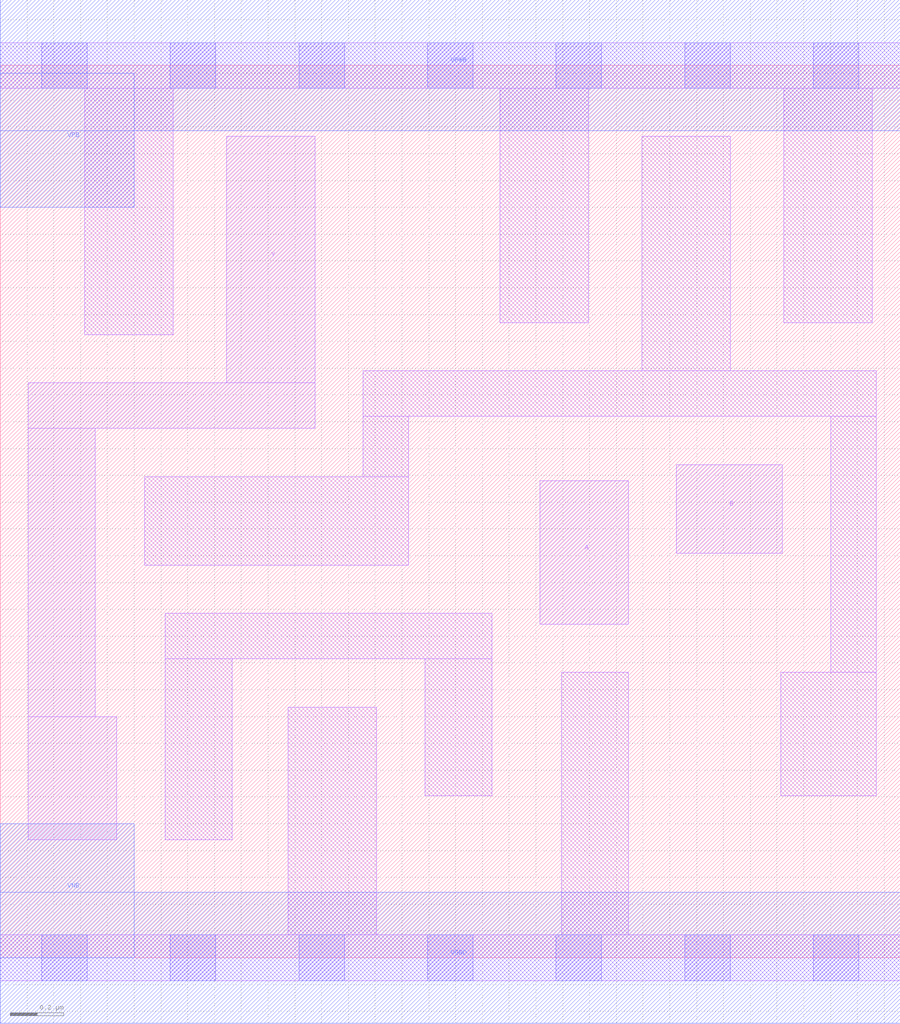
<source format=lef>
# Copyright 2020 The SkyWater PDK Authors
#
# Licensed under the Apache License, Version 2.0 (the "License");
# you may not use this file except in compliance with the License.
# You may obtain a copy of the License at
#
#     https://www.apache.org/licenses/LICENSE-2.0
#
# Unless required by applicable law or agreed to in writing, software
# distributed under the License is distributed on an "AS IS" BASIS,
# WITHOUT WARRANTIES OR CONDITIONS OF ANY KIND, either express or implied.
# See the License for the specific language governing permissions and
# limitations under the License.
#
# SPDX-License-Identifier: Apache-2.0

VERSION 5.5 ;
NAMESCASESENSITIVE ON ;
BUSBITCHARS "[]" ;
DIVIDERCHAR "/" ;
MACRO sky130_fd_sc_lp__xnor2_lp
  CLASS CORE ;
  SOURCE USER ;
  ORIGIN  0.000000  0.000000 ;
  SIZE  3.360000 BY  3.330000 ;
  SYMMETRY X Y R90 ;
  SITE unit ;
  PIN A
    ANTENNAGATEAREA  0.626000 ;
    DIRECTION INPUT ;
    USE SIGNAL ;
    PORT
      LAYER li1 ;
        RECT 2.015000 1.245000 2.345000 1.780000 ;
    END
  END A
  PIN B
    ANTENNAGATEAREA  0.626000 ;
    DIRECTION INPUT ;
    USE SIGNAL ;
    PORT
      LAYER li1 ;
        RECT 2.525000 1.510000 2.920000 1.840000 ;
    END
  END B
  PIN Y
    ANTENNADIFFAREA  0.395500 ;
    DIRECTION OUTPUT ;
    USE SIGNAL ;
    PORT
      LAYER li1 ;
        RECT 0.105000 0.440000 0.435000 0.900000 ;
        RECT 0.105000 0.900000 0.355000 1.975000 ;
        RECT 0.105000 1.975000 1.175000 2.145000 ;
        RECT 0.845000 2.145000 1.175000 3.065000 ;
    END
  END Y
  PIN VGND
    DIRECTION INOUT ;
    USE GROUND ;
    PORT
      LAYER met1 ;
        RECT 0.000000 -0.245000 3.360000 0.245000 ;
    END
  END VGND
  PIN VNB
    DIRECTION INOUT ;
    USE GROUND ;
    PORT
      LAYER met1 ;
        RECT 0.000000 0.000000 0.500000 0.500000 ;
    END
  END VNB
  PIN VPB
    DIRECTION INOUT ;
    USE POWER ;
    PORT
      LAYER met1 ;
        RECT 0.000000 2.800000 0.500000 3.300000 ;
    END
  END VPB
  PIN VPWR
    DIRECTION INOUT ;
    USE POWER ;
    PORT
      LAYER met1 ;
        RECT 0.000000 3.085000 3.360000 3.575000 ;
    END
  END VPWR
  OBS
    LAYER li1 ;
      RECT 0.000000 -0.085000 3.360000 0.085000 ;
      RECT 0.000000  3.245000 3.360000 3.415000 ;
      RECT 0.315000  2.325000 0.645000 3.245000 ;
      RECT 0.540000  1.465000 1.525000 1.795000 ;
      RECT 0.615000  0.440000 0.865000 1.115000 ;
      RECT 0.615000  1.115000 1.835000 1.285000 ;
      RECT 1.075000  0.085000 1.405000 0.935000 ;
      RECT 1.355000  1.795000 1.525000 2.020000 ;
      RECT 1.355000  2.020000 3.270000 2.190000 ;
      RECT 1.585000  0.605000 1.835000 1.115000 ;
      RECT 1.865000  2.370000 2.195000 3.245000 ;
      RECT 2.095000  0.085000 2.345000 1.065000 ;
      RECT 2.395000  2.190000 2.725000 3.065000 ;
      RECT 2.915000  0.605000 3.270000 1.065000 ;
      RECT 2.925000  2.370000 3.255000 3.245000 ;
      RECT 3.100000  1.065000 3.270000 2.020000 ;
    LAYER mcon ;
      RECT 0.155000 -0.085000 0.325000 0.085000 ;
      RECT 0.155000  3.245000 0.325000 3.415000 ;
      RECT 0.635000 -0.085000 0.805000 0.085000 ;
      RECT 0.635000  3.245000 0.805000 3.415000 ;
      RECT 1.115000 -0.085000 1.285000 0.085000 ;
      RECT 1.115000  3.245000 1.285000 3.415000 ;
      RECT 1.595000 -0.085000 1.765000 0.085000 ;
      RECT 1.595000  3.245000 1.765000 3.415000 ;
      RECT 2.075000 -0.085000 2.245000 0.085000 ;
      RECT 2.075000  3.245000 2.245000 3.415000 ;
      RECT 2.555000 -0.085000 2.725000 0.085000 ;
      RECT 2.555000  3.245000 2.725000 3.415000 ;
      RECT 3.035000 -0.085000 3.205000 0.085000 ;
      RECT 3.035000  3.245000 3.205000 3.415000 ;
  END
END sky130_fd_sc_lp__xnor2_lp

</source>
